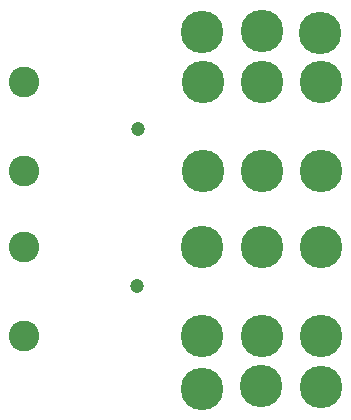
<source format=gbr>
%FSLAX32Y32*%
%MOMM*%
%LNLOETSTOP1*%
G71*
G01*
%ADD10C, 2.60*%
%ADD11C, 3.60*%
%ADD12C, 3.60*%
%ADD13C, 1.20*%
%LPD*%
X1691Y7185D02*
G54D10*
D03*
X1691Y6432D02*
G54D10*
D03*
X3204Y6428D02*
G54D11*
D03*
X3204Y7181D02*
G54D11*
D03*
X3706Y6428D02*
G54D11*
D03*
X3706Y7181D02*
G54D11*
D03*
X4208Y6428D02*
G54D11*
D03*
X4208Y7181D02*
G54D11*
D03*
X4204Y6000D02*
G54D12*
D03*
X2648Y6857D02*
G54D13*
D03*
X1694Y8582D02*
G54D10*
D03*
X1694Y7829D02*
G54D10*
D03*
X3207Y7825D02*
G54D11*
D03*
X3207Y8578D02*
G54D11*
D03*
X3709Y7825D02*
G54D11*
D03*
X3709Y8578D02*
G54D11*
D03*
X4211Y7825D02*
G54D11*
D03*
X4211Y8578D02*
G54D11*
D03*
X2659Y8182D02*
G54D13*
D03*
X4199Y8999D02*
G54D12*
D03*
X3707Y9009D02*
G54D12*
D03*
X3199Y9007D02*
G54D12*
D03*
X3704Y6007D02*
G54D12*
D03*
X3204Y5984D02*
G54D12*
D03*
M02*

</source>
